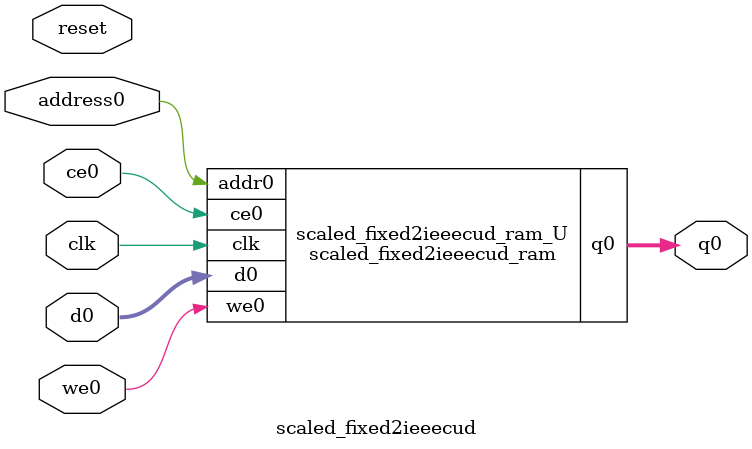
<source format=v>
`timescale 1 ns / 1 ps
module scaled_fixed2ieeecud_ram (addr0, ce0, d0, we0, q0,  clk);

parameter DWIDTH = 32;
parameter AWIDTH = 1;
parameter MEM_SIZE = 2;

input[AWIDTH-1:0] addr0;
input ce0;
input[DWIDTH-1:0] d0;
input we0;
output reg[DWIDTH-1:0] q0;
input clk;

(* ram_style = "distributed" *)reg [DWIDTH-1:0] ram[0:MEM_SIZE-1];




always @(posedge clk)  
begin 
    if (ce0) 
    begin
        if (we0) 
        begin 
            ram[addr0] <= d0; 
        end 
        q0 <= ram[addr0];
    end
end


endmodule

`timescale 1 ns / 1 ps
module scaled_fixed2ieeecud(
    reset,
    clk,
    address0,
    ce0,
    we0,
    d0,
    q0);

parameter DataWidth = 32'd32;
parameter AddressRange = 32'd2;
parameter AddressWidth = 32'd1;
input reset;
input clk;
input[AddressWidth - 1:0] address0;
input ce0;
input we0;
input[DataWidth - 1:0] d0;
output[DataWidth - 1:0] q0;



scaled_fixed2ieeecud_ram scaled_fixed2ieeecud_ram_U(
    .clk( clk ),
    .addr0( address0 ),
    .ce0( ce0 ),
    .we0( we0 ),
    .d0( d0 ),
    .q0( q0 ));

endmodule


</source>
